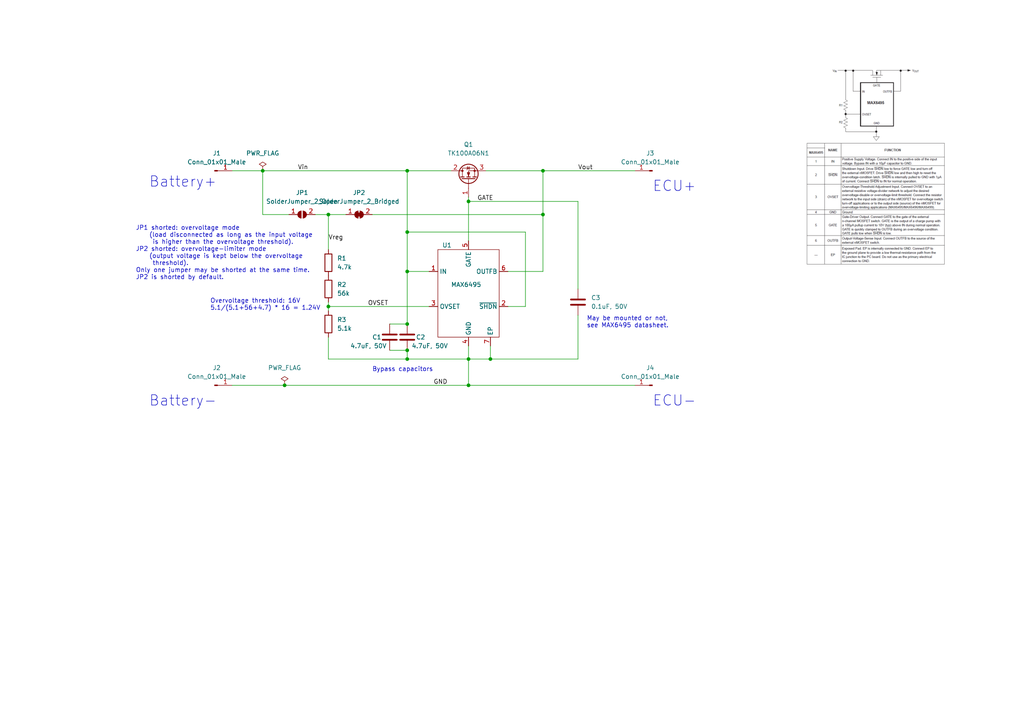
<source format=kicad_sch>
(kicad_sch (version 20211123) (generator eeschema)
  (paper "A4")
  (lib_symbols
    (symbol "Connector:Conn_01x01_Male" (pin_names (offset 1.016) hide)
      (property "Reference" "J" (at 0 2.54 0))
      (property "Value" "Conn_01x01_Male" (at 0 -2.54 0))
      (symbol "Conn_01x01_Male_1_1"
        (polyline (pts (xy 1.27 0) (xy 0.8636 0)) (stroke (width 0.1524)))
        (rectangle (start 0.8636 0.127) (end 0 -0.127) (stroke (width 0.1524)) (fill (type outline)))
        (pin passive line (at 5.08 0 180) (length 3.81) (name "Pin_1") (number "1"))
      )
    )
    (symbol "Device:C" (pin_numbers hide) (pin_names (offset 0.254))
      (property "Reference" "C" (at 0.635 2.54 0))
      (property "Value" "C" (at 0.635 -2.54 0))
      (symbol "C_0_1"
        (polyline (pts (xy -2.032 -0.762) (xy 2.032 -0.762)) (stroke (width 0.508)))
        (polyline (pts (xy -2.032 0.762) (xy 2.032 0.762)) (stroke (width 0.508)))
      )
      (symbol "C_1_1"
        (pin passive line (at 0 3.81 270) (length 2.794) (name "~") (number "1"))
        (pin passive line (at 0 -3.81 90) (length 2.794) (name "~") (number "2"))
      )
    )
    (symbol "Device:R" (pin_numbers hide) (pin_names (offset 0))
      (property "Reference" "R" (at 2.032 0 90))
      (property "Value" "R" (at 0 0 90))
      (symbol "R_0_1"
        (rectangle (start -1.016 -2.54) (end 1.016 2.54) (stroke (width 0.254)))
      )
      (symbol "R_1_1"
        (pin passive line (at 0 3.81 270) (length 1.27) (name "~") (number "1"))
        (pin passive line (at 0 -3.81 90) (length 1.27) (name "~") (number "2"))
      )
    )
    (symbol "Jumper:SolderJumper_2_Bridged" (pin_names (offset 0) hide)
      (property "Reference" "JP" (at 0 2.032 0))
      (property "Value" "SolderJumper_2_Bridged" (at 0 -2.54 0))
      (symbol "SolderJumper_2_Bridged_0_1"
        (rectangle (start -0.508 0.508) (end 0.508 -0.508) (fill (type outline)))
        (arc (start -0.254 1.016) (mid -1.27 0) (end -0.254 -1.016))
        (arc (start -0.254 1.016) (mid -1.27 0) (end -0.254 -1.016) (fill (type outline)))
        (polyline (pts (xy -0.254 1.016) (xy -0.254 -1.016)))
        (polyline (pts (xy 0.254 1.016) (xy 0.254 -1.016)))
        (arc (start 0.254 -1.016) (mid 1.27 0) (end 0.254 1.016))
        (arc (start 0.254 -1.016) (mid 1.27 0) (end 0.254 1.016) (fill (type outline)))
      )
      (symbol "SolderJumper_2_Bridged_1_1"
        (pin passive line (at -3.81 0 0) (length 2.54) (name "A") (number "1"))
        (pin passive line (at 3.81 0 180) (length 2.54) (name "B") (number "2"))
      )
    )
    (symbol "Jumper:SolderJumper_2_Open" (pin_names (offset 0) hide)
      (property "Reference" "JP" (at 0 2.032 0))
      (property "Value" "SolderJumper_2_Open" (at 0 -2.54 0))
      (symbol "SolderJumper_2_Open_0_1"
        (arc (start -0.254 1.016) (mid -1.27 0) (end -0.254 -1.016))
        (arc (start -0.254 1.016) (mid -1.27 0) (end -0.254 -1.016) (fill (type outline)))
        (polyline (pts (xy -0.254 1.016) (xy -0.254 -1.016)))
        (polyline (pts (xy 0.254 1.016) (xy 0.254 -1.016)))
        (arc (start 0.254 -1.016) (mid 1.27 0) (end 0.254 1.016))
        (arc (start 0.254 -1.016) (mid 1.27 0) (end 0.254 1.016) (fill (type outline)))
      )
      (symbol "SolderJumper_2_Open_1_1"
        (pin passive line (at -3.81 0 0) (length 2.54) (name "A") (number "1"))
        (pin passive line (at 3.81 0 180) (length 2.54) (name "B") (number "2"))
      )
    )
    (symbol "Regulator_Controller_JGUI:MAX6495"
      (property "Reference" "U" (at -8.89 13.97 0))
      (property "Value" "MAX6495" (at 6.35 13.97 0))
      (symbol "MAX6495_0_1"
        (rectangle (start -8.89 11.43) (end 8.89 -13.97))
      )
      (symbol "MAX6495_1_1"
        (pin power_in line (at -11.43 5.08 0) (length 2.54) (name "IN") (number "1"))
        (pin input line (at 11.43 -5.08 180) (length 2.54) (name "~{SHDN}") (number "2"))
        (pin input line (at -11.43 -5.08 0) (length 2.54) (name "OVSET") (number "3"))
        (pin power_in line (at 0 -16.51 90) (length 2.54) (name "GND") (number "4"))
        (pin output line (at 0 13.97 270) (length 2.54) (name "GATE") (number "5"))
        (pin input line (at 11.43 5.08 180) (length 2.54) (name "OUTFB") (number "6"))
        (pin unspecified line (at 6.35 -16.51 90) (length 2.54) (name "EP") (number "7"))
      )
    )
    (symbol "Transistor_FET_JGUI:TK100A06N1" (pin_names hide)
      (property "Reference" "Q" (at 6.35 1.905 0))
      (property "Value" "TK100A06N1" (at 6.35 0 0))
      (symbol "TK100A06N1_0_1"
        (polyline (pts (xy 0.254 0) (xy -2.54 0)))
        (polyline (pts (xy 0.254 1.905) (xy 0.254 -1.905)) (stroke (width 0.254)))
        (polyline (pts (xy 0.762 -1.27) (xy 0.762 -2.286)) (stroke (width 0.254)))
        (polyline (pts (xy 0.762 0.508) (xy 0.762 -0.508)) (stroke (width 0.254)))
        (polyline (pts (xy 0.762 2.286) (xy 0.762 1.27)) (stroke (width 0.254)))
        (polyline (pts (xy 2.54 2.54) (xy 2.54 1.778)))
        (polyline (pts (xy 2.54 -2.54) (xy 2.54 0) (xy 0.762 0)))
        (polyline (pts (xy 0.762 -1.778) (xy 3.302 -1.778) (xy 3.302 1.778) (xy 0.762 1.778)))
        (polyline (pts (xy 1.016 0) (xy 2.032 0.381) (xy 2.032 -0.381) (xy 1.016 0)) (fill (type outline)))
        (polyline (pts (xy 2.794 0.508) (xy 2.921 0.381) (xy 3.683 0.381) (xy 3.81 0.254)))
        (polyline (pts (xy 3.302 0.381) (xy 2.921 -0.254) (xy 3.683 -0.254) (xy 3.302 0.381)))
        (circle (center 1.651 0) (radius 2.794) (stroke (width 0.254)))
        (circle (center 2.54 -1.778) (radius 0.254) (fill (type outline)))
        (circle (center 2.54 1.778) (radius 0.254) (fill (type outline)))
      )
      (symbol "TK100A06N1_1_1"
        (pin input line (at -5.08 0 0) (length 2.54) (name "G") (number "1"))
        (pin passive line (at 2.54 5.08 270) (length 2.54) (name "D") (number "2"))
        (pin passive line (at 2.54 -5.08 90) (length 2.54) (name "S") (number "3"))
      )
    )
    (symbol "power:PWR_FLAG" (power) (pin_numbers hide) (pin_names (offset 0) hide)
      (property "Value" "PWR_FLAG" (at 0 3.81 0))
      (symbol "PWR_FLAG_0_0"
        (pin power_out line (at 0 0 90) (length 0) (name "pwr") (number "1"))
      )
      (symbol "PWR_FLAG_0_1"
        (polyline (pts (xy 0 0) (xy 0 1.27) (xy -1.016 1.905) (xy 0 2.54) (xy 1.016 1.905) (xy 0 1.27)))
      )
    )
  )
  (junction (at 95.25 62.23))
  (junction (at 82.55 111.76))
  (junction (at 135.89 104.14))
  (junction (at 95.25 88.9))
  (junction (at 118.11 78.74))
  (junction (at 142.24 104.14))
  (junction (at 118.11 49.53))
  (junction (at 76.2 49.53))
  (junction (at 157.48 62.23))
  (junction (at 118.11 101.6))
  (junction (at 118.11 67.31))
  (junction (at 135.89 58.42))
  (junction (at 157.48 49.53))
  (junction (at 135.89 111.76))
  (junction (at 118.11 104.14))
  (junction (at 118.11 93.98))
  (wire (pts (xy 113.03 93.98) (xy 118.11 93.98)))
  (wire (pts (xy 113.03 101.6) (xy 118.11 101.6)))
  (wire (pts (xy 135.89 57.15) (xy 135.89 58.42)))
  (wire (pts (xy 107.95 62.23) (xy 157.48 62.23)))
  (wire (pts (xy 118.11 78.74) (xy 118.11 93.98)))
  (wire (pts (xy 76.2 49.53) (xy 118.11 49.53)))
  (wire (pts (xy 95.25 88.9) (xy 95.25 90.17)))
  (wire (pts (xy 147.32 78.74) (xy 157.48 78.74)))
  (wire (pts (xy 76.2 49.53) (xy 76.2 62.23)))
  (wire (pts (xy 118.11 67.31) (xy 118.11 78.74)))
  (wire (pts (xy 142.24 100.33) (xy 142.24 104.14)))
  (wire (pts (xy 67.31 111.76) (xy 82.55 111.76)))
  (wire (pts (xy 95.25 104.14) (xy 118.11 104.14)))
  (wire (pts (xy 142.24 104.14) (xy 135.89 104.14)))
  (wire (pts (xy 167.64 91.44) (xy 167.64 104.14)))
  (wire (pts (xy 124.46 88.9) (xy 95.25 88.9)))
  (wire (pts (xy 91.44 62.23) (xy 95.25 62.23)))
  (wire (pts (xy 167.64 58.42) (xy 135.89 58.42)))
  (wire (pts (xy 118.11 104.14) (xy 135.89 104.14)))
  (wire (pts (xy 135.89 100.33) (xy 135.89 104.14)))
  (wire (pts (xy 118.11 101.6) (xy 118.11 104.14)))
  (wire (pts (xy 157.48 78.74) (xy 157.48 62.23)))
  (wire (pts (xy 95.25 88.9) (xy 95.25 87.63)))
  (wire (pts (xy 95.25 62.23) (xy 100.33 62.23)))
  (wire (pts (xy 167.64 104.14) (xy 142.24 104.14)))
  (wire (pts (xy 135.89 111.76) (xy 184.15 111.76)))
  (wire (pts (xy 95.25 62.23) (xy 95.25 72.39)))
  (wire (pts (xy 147.32 88.9) (xy 152.4 88.9)))
  (wire (pts (xy 118.11 49.53) (xy 118.11 67.31)))
  (wire (pts (xy 157.48 49.53) (xy 157.48 62.23)))
  (wire (pts (xy 76.2 62.23) (xy 83.82 62.23)))
  (wire (pts (xy 118.11 67.31) (xy 152.4 67.31)))
  (wire (pts (xy 157.48 49.53) (xy 184.15 49.53)))
  (wire (pts (xy 118.11 49.53) (xy 130.81 49.53)))
  (wire (pts (xy 95.25 97.79) (xy 95.25 104.14)))
  (wire (pts (xy 135.89 58.42) (xy 135.89 69.85)))
  (wire (pts (xy 67.31 49.53) (xy 76.2 49.53)))
  (wire (pts (xy 152.4 88.9) (xy 152.4 67.31)))
  (wire (pts (xy 167.64 83.82) (xy 167.64 58.42)))
  (wire (pts (xy 124.46 78.74) (xy 118.11 78.74)))
  (wire (pts (xy 135.89 104.14) (xy 135.89 111.76)))
  (wire (pts (xy 82.55 111.76) (xy 135.89 111.76)))
  (wire (pts (xy 140.97 49.53) (xy 157.48 49.53)))
  (image (at 254 48.26))
  (text "May be mounted or not,\nsee MAX6495 datasheet." (at 170.18 95.25 0) (effects (font (size 1.27 1.27)) (justify left bottom)))
  (text "Battery+" (at 43.18 54.61 0) (effects (font (size 3 3)) (justify left bottom)))
  (text "Overvoltage threshold: 16V\n5.1/(5.1+56+4.7) * 16 = 1.24V" (at 60.96 90.17 0) (effects (font (size 1.27 1.27)) (justify left bottom)))
  (text "JP1 shorted: overvoltage mode\n    (load disconnected as long as the input voltage\n     is higher than the overvoltage threshold).\nJP2 shorted: overvoltage-limiter mode\n    (output voltage is kept below the overvoltage\n     threshold).\nOnly one jumper may be shorted at the same time.\nJP2 is shorted by default." (at 39.37 81.28 0) (effects (font (size 1.27 1.27)) (justify left bottom)))
  (text "Bypass capacitors" (at 107.95 107.95 0) (effects (font (size 1.27 1.27)) (justify left bottom)))
  (text "ECU-" (at 189.23 118.11 0) (effects (font (size 3 3)) (justify left bottom)))
  (text "ECU+" (at 189.23 55.88 0) (effects (font (size 3 3)) (justify left bottom)))
  (text "Battery-\n" (at 43.18 118.11 0) (effects (font (size 3 3)) (justify left bottom)))
  (label "GATE" (at 138.43 58.42 0))
  (label "Vout" (at 167.64 49.53 0))
  (label "GND" (at 125.73 111.76 0))
  (label "OVSET" (at 106.68 88.9 0))
  (label "Vreg" (at 95.25 69.85 0))
  (label "Vin" (at 86.36 49.53 0))
  (symbol (lib_id "Connector:Conn_01x01_Male") (at 62.23 49.53 0) (unit 1)
    (property "Reference" "J1" (at 62.865 44.45 0))
    (property "Value" "Conn_01x01_Male" (at 62.865 46.99 0))
    (property "Footprint" "Connector_Pin:Pin_D1.3mm_L11.0mm" (effects hide))
  )
  (symbol (lib_id "Device:R") (at 95.25 76.2 0) (unit 1)
    (property "Reference" "R1" (at 97.79 74.9299 0) (effects (justify left)))
    (property "Value" "4.7k" (at 97.79 77.4699 0) (effects (justify left)))
    (property "Footprint" "Resistor_SMD:R_0603_1608Metric_Pad0.98x0.95mm_HandSolder" (effects hide))
  )
  (symbol (lib_id "Regulator_Controller_JGUI:MAX6495") (at 135.89 83.82 0) (unit 1)
    (property "Reference" "U1" (at 128.27 71.12 0) (effects (justify left)))
    (property "Value" "MAX6495" (at 130.81 82.55 0) (effects (justify left)))
    (property "Footprint" "Package_DFN_QFN_JGUI:TDFN-6-1EP_3.0x3.0mm_P0.75mm_EP1.5x2.3mm" (effects hide))
  )
  (symbol (lib_id "Jumper:SolderJumper_2_Open") (at 87.63 62.23 0) (unit 1)
    (property "Reference" "JP1" (at 87.63 55.88 0))
    (property "Value" "SolderJumper_2_Open" (at 87.63 58.42 0))
    (property "Footprint" "Jumper:SolderJumper-2_P1.3mm_Open_Pad1.0x1.5mm" (effects hide))
  )
  (symbol (lib_id "power:PWR_FLAG") (at 82.55 111.76 0) (unit 1)
    (property "Reference" "#FLG02" (effects hide))
    (property "Value" "PWR_FLAG" (at 82.55 106.68 0))
  )
  (symbol (lib_id "Connector:Conn_01x01_Male") (at 62.23 111.76 0) (unit 1)
    (property "Reference" "J2" (at 62.865 106.68 0))
    (property "Value" "Conn_01x01_Male" (at 62.865 109.22 0))
    (property "Footprint" "Connector_Pin:Pin_D1.3mm_L11.0mm" (effects hide))
  )
  (symbol (lib_id "Connector:Conn_01x01_Male") (at 189.23 49.53 180) (unit 1)
    (property "Reference" "J3" (at 188.595 44.45 0))
    (property "Value" "Conn_01x01_Male" (at 188.595 46.99 0))
    (property "Footprint" "Connector_Pin:Pin_D1.3mm_L11.0mm" (effects hide))
  )
  (symbol (lib_id "power:PWR_FLAG") (at 76.2 49.53 0) (unit 1)
    (property "Reference" "#FLG01" (effects hide))
    (property "Value" "PWR_FLAG" (at 76.2 44.45 0))
  )
  (symbol (lib_id "Transistor_FET_JGUI:TK100A06N1") (at 135.89 52.07 90) (unit 1)
    (property "Reference" "Q1" (at 135.89 41.91 90))
    (property "Value" "TK100A06N1" (at 135.89 44.45 90))
    (property "Footprint" "Package_TO_SOT_THT:TO-220-3_Horizontal_TabDown" (effects hide))
    (property "Datasheet" "https://toshiba.semicon-storage.com/info/docget.jsp?did=13458&prodName=TK100A06N1" (effects hide))
  )
  (symbol (lib_id "Device:R") (at 95.25 83.82 0) (unit 1)
    (property "Reference" "R2" (at 97.79 82.5499 0) (effects (justify left)))
    (property "Value" "56k" (at 97.79 85.0899 0) (effects (justify left)))
    (property "Footprint" "Resistor_SMD:R_0603_1608Metric_Pad0.98x0.95mm_HandSolder" (effects hide))
  )
  (symbol (lib_id "Device:C") (at 113.03 97.79 0) (unit 1)
    (property "Reference" "C1" (at 107.95 97.79 0) (effects (justify left)))
    (property "Value" "4.7uF, 50V" (at 101.6 100.33 0) (effects (justify left)))
    (property "Footprint" "Capacitor_SMD:C_1206_3216Metric_Pad1.33x1.80mm_HandSolder" (effects hide))
  )
  (symbol (lib_id "Device:R") (at 95.25 93.98 0) (unit 1)
    (property "Reference" "R3" (at 97.79 92.7099 0) (effects (justify left)))
    (property "Value" "5.1k" (at 97.79 95.2499 0) (effects (justify left)))
    (property "Footprint" "Resistor_SMD:R_0603_1608Metric_Pad0.98x0.95mm_HandSolder" (effects hide))
  )
  (symbol (lib_id "Device:C") (at 118.11 97.79 0) (unit 1)
    (property "Reference" "C2" (at 120.65 97.79 0) (effects (justify left)))
    (property "Value" "4.7uF, 50V" (at 119.38 100.33 0) (effects (justify left)))
    (property "Footprint" "Capacitor_SMD:C_1206_3216Metric_Pad1.33x1.80mm_HandSolder" (effects hide))
  )
  (symbol (lib_id "Device:C") (at 167.64 87.63 0) (unit 1)
    (property "Reference" "C3" (at 171.45 86.36 0) (effects (justify left)))
    (property "Value" "0.1uF, 50V" (at 171.45 88.9 0) (effects (justify left)))
    (property "Footprint" "Capacitor_SMD:C_1206_3216Metric_Pad1.33x1.80mm_HandSolder" (effects hide))
  )
  (symbol (lib_id "Jumper:SolderJumper_2_Bridged") (at 104.14 62.23 0) (unit 1)
    (property "Reference" "JP2" (at 104.14 55.88 0))
    (property "Value" "SolderJumper_2_Bridged" (at 104.14 58.42 0))
    (property "Footprint" "Jumper:SolderJumper-2_P1.3mm_Bridged_Pad1.0x1.5mm" (effects hide))
  )
  (symbol (lib_id "Connector:Conn_01x01_Male") (at 189.23 111.76 180) (unit 1)
    (property "Reference" "J4" (at 188.595 106.68 0))
    (property "Value" "Conn_01x01_Male" (at 188.595 109.22 0))
    (property "Footprint" "Connector_Pin:Pin_D1.3mm_L11.0mm" (effects hide))
  )
)
</source>
